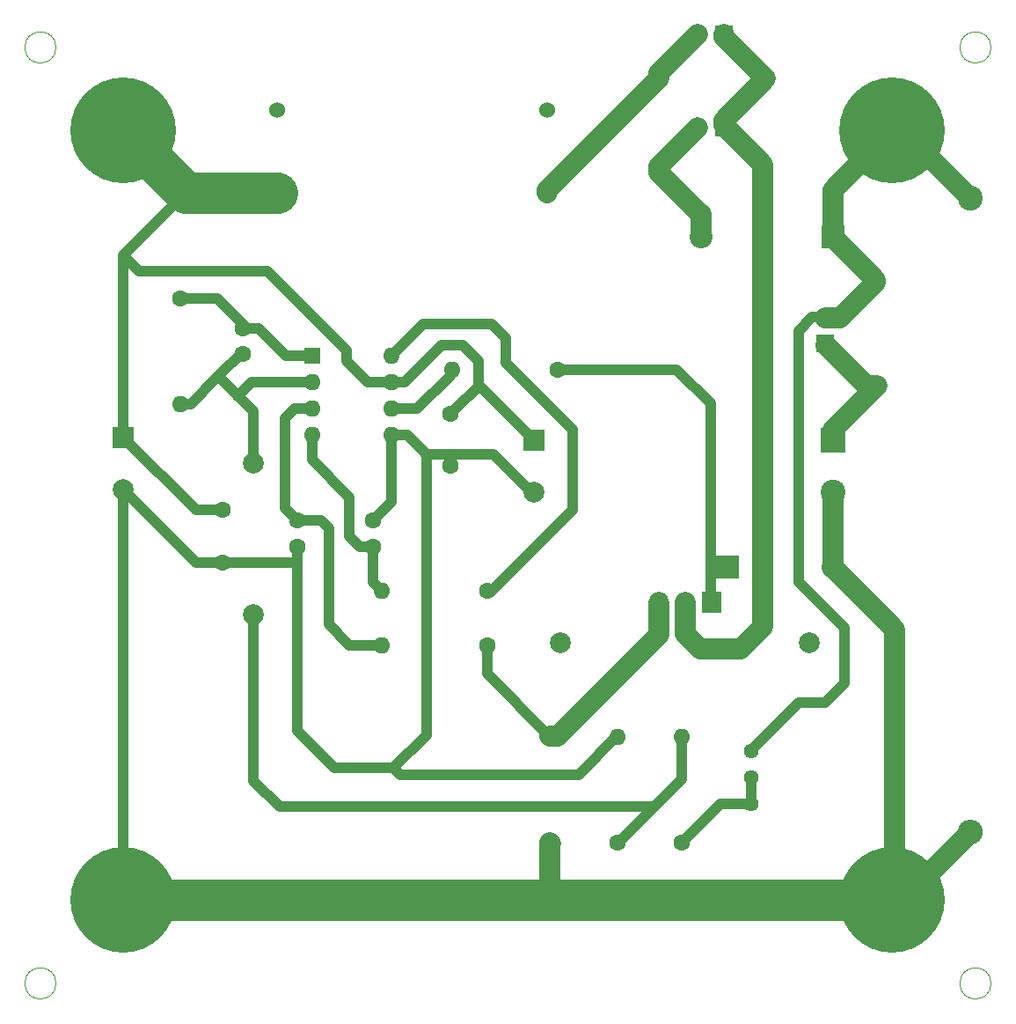
<source format=gbr>
G04 #@! TF.GenerationSoftware,KiCad,Pcbnew,(5.1.2)-1*
G04 #@! TF.CreationDate,2019-06-18T22:03:50-03:00*
G04 #@! TF.ProjectId,Boost,426f6f73-742e-46b6-9963-61645f706362,rev?*
G04 #@! TF.SameCoordinates,Original*
G04 #@! TF.FileFunction,Copper,L2,Bot*
G04 #@! TF.FilePolarity,Positive*
%FSLAX46Y46*%
G04 Gerber Fmt 4.6, Leading zero omitted, Abs format (unit mm)*
G04 Created by KiCad (PCBNEW (5.1.2)-1) date 2019-06-18 22:03:50*
%MOMM*%
%LPD*%
G04 APERTURE LIST*
%ADD10C,0.120000*%
%ADD11C,1.524000*%
%ADD12R,1.524000X1.524000*%
%ADD13C,10.160000*%
%ADD14C,2.000000*%
%ADD15R,2.000000X2.000000*%
%ADD16C,1.600000*%
%ADD17C,2.400000*%
%ADD18R,2.400000X2.400000*%
%ADD19O,1.600000X1.600000*%
%ADD20O,2.400000X2.400000*%
%ADD21O,1.700000X1.700000*%
%ADD22R,1.700000X1.700000*%
%ADD23O,2.200000X2.200000*%
%ADD24R,2.200000X2.200000*%
%ADD25C,1.440000*%
%ADD26O,1.905000X2.000000*%
%ADD27R,1.905000X2.000000*%
%ADD28R,1.600000X1.600000*%
%ADD29C,4.000000*%
%ADD30C,1.000000*%
%ADD31C,2.000000*%
G04 APERTURE END LIST*
D10*
X196500000Y-125000000D02*
G75*
G03X196500000Y-125000000I-1500000J0D01*
G01*
X196500000Y-35000000D02*
G75*
G03X196500000Y-35000000I-1500000J0D01*
G01*
X106500000Y-35000000D02*
G75*
G03X106500000Y-35000000I-1500000J0D01*
G01*
X106500000Y-125000000D02*
G75*
G03X106500000Y-125000000I-1500000J0D01*
G01*
D11*
X153750000Y-41000000D03*
X127750000Y-41000000D03*
X153750000Y-49000000D03*
D12*
X127750000Y-49000000D03*
D13*
X187000000Y-43000000D03*
X113000000Y-43000000D03*
X187000000Y-117000000D03*
X113000000Y-117000000D03*
D14*
X113000000Y-77500000D03*
D15*
X113000000Y-72500000D03*
D16*
X122500000Y-84500000D03*
X122500000Y-79500000D03*
D14*
X152500000Y-77750000D03*
D15*
X152500000Y-72750000D03*
D17*
X181250000Y-77750000D03*
D18*
X181250000Y-72750000D03*
D19*
X174660000Y-38000000D03*
D16*
X164500000Y-38000000D03*
D19*
X174660000Y-47000000D03*
D16*
X164500000Y-47000000D03*
D19*
X185500000Y-67500000D03*
D16*
X185500000Y-57340000D03*
D19*
X154061280Y-111459900D03*
D16*
X154061280Y-101299900D03*
D19*
X137840000Y-87250000D03*
D16*
X148000000Y-87250000D03*
D20*
X194500000Y-110460000D03*
D17*
X194500000Y-49500000D03*
D19*
X144590000Y-66000000D03*
D16*
X154750000Y-66000000D03*
D19*
X118434480Y-69284300D03*
D16*
X118434480Y-59124300D03*
D19*
X160586540Y-101289740D03*
D16*
X160586540Y-111449740D03*
D19*
X166733340Y-101289740D03*
D16*
X166733340Y-111449740D03*
D19*
X137840000Y-92500000D03*
D16*
X148000000Y-92500000D03*
D21*
X180500000Y-60960000D03*
D22*
X180500000Y-63500000D03*
D21*
X168210000Y-33750000D03*
D22*
X170750000Y-33750000D03*
D21*
X168210000Y-42750000D03*
D22*
X170750000Y-42750000D03*
D23*
X168550000Y-53250000D03*
D24*
X181250000Y-53250000D03*
D16*
X144500000Y-75250000D03*
X144500000Y-70250000D03*
X137000000Y-80500000D03*
X137000000Y-83000000D03*
D25*
X173441480Y-107726100D03*
X173441480Y-105186100D03*
X173441480Y-102646100D03*
D26*
X164486080Y-88377900D03*
X167026080Y-88377900D03*
D27*
X169566080Y-88377900D03*
D23*
X181250000Y-85000000D03*
D24*
X171090000Y-85000000D03*
D16*
X124500000Y-64500000D03*
X124500000Y-62000000D03*
X129750000Y-83000000D03*
X129750000Y-80500000D03*
D19*
X138770480Y-64649700D03*
X131150480Y-72269700D03*
X138770480Y-67189700D03*
X131150480Y-69729700D03*
X138770480Y-69729700D03*
X131150480Y-67189700D03*
X138770480Y-72269700D03*
D28*
X131150480Y-64649700D03*
D14*
X179025000Y-92275000D03*
X155025000Y-92275000D03*
X125499996Y-89500000D03*
X125500004Y-75000000D03*
D29*
X113000000Y-43000000D02*
X119000000Y-49000000D01*
D30*
X119000000Y-49000000D02*
X113000000Y-55000000D01*
X114500000Y-56500000D02*
X113000000Y-55000000D01*
X126810780Y-56500000D02*
X114500000Y-56500000D01*
X134452480Y-64141700D02*
X126810780Y-56500000D01*
X134452480Y-65157700D02*
X134452480Y-64141700D01*
X136484480Y-67189700D02*
X134452480Y-65157700D01*
X138770480Y-67189700D02*
X136484480Y-67189700D01*
X140040480Y-67189700D02*
X138770480Y-67189700D01*
X143596480Y-63633700D02*
X140040480Y-67189700D01*
X145653880Y-63633700D02*
X143596480Y-63633700D01*
X147152480Y-65132300D02*
X145653880Y-63633700D01*
X145000000Y-69750000D02*
X147152480Y-67597520D01*
X147152480Y-67597520D02*
X147152480Y-65132300D01*
X152500000Y-72750000D02*
X147250000Y-67500000D01*
X152500000Y-73000000D02*
X152500000Y-72750000D01*
X120000000Y-79500000D02*
X122500000Y-79500000D01*
X113000000Y-55000000D02*
X113000000Y-72500000D01*
X113000000Y-72500000D02*
X120000000Y-79500000D01*
D29*
X119000000Y-49000000D02*
X127750000Y-49000000D01*
D31*
X154068900Y-111546260D02*
X154086680Y-111564040D01*
D29*
X113000000Y-117000000D02*
X120184204Y-117000000D01*
D31*
X188000000Y-117000000D02*
X194500000Y-110500000D01*
D30*
X138770480Y-72269700D02*
X140294480Y-72269700D01*
X140294480Y-72269700D02*
X142000000Y-73975220D01*
X148649300Y-74149300D02*
X152500000Y-78000000D01*
X142000000Y-74000000D02*
X142149300Y-74149300D01*
X144500000Y-74250000D02*
X144399300Y-74149300D01*
X144500000Y-75250000D02*
X144500000Y-74250000D01*
X142149300Y-74149300D02*
X144399300Y-74149300D01*
X144399300Y-74149300D02*
X148649300Y-74149300D01*
X129500000Y-84500000D02*
X129750000Y-84750000D01*
X122500000Y-84500000D02*
X129500000Y-84500000D01*
X129750000Y-83000000D02*
X129750000Y-84750000D01*
X138770480Y-75241500D02*
X138770480Y-72269700D01*
X137000000Y-80500000D02*
X138770480Y-78729520D01*
X138770480Y-78729520D02*
X138770480Y-75241500D01*
D29*
X153500000Y-117000000D02*
X188000000Y-117000000D01*
X120184204Y-117000000D02*
X153500000Y-117000000D01*
D30*
X129750000Y-100744220D02*
X133284080Y-104278300D01*
X129750000Y-84750000D02*
X129750000Y-100744220D01*
X142149300Y-101100700D02*
X142149300Y-74149300D01*
X138971700Y-104278300D02*
X142149300Y-101100700D01*
X138971700Y-104278300D02*
X133284080Y-104278300D01*
X160500000Y-101250000D02*
X156826289Y-104923711D01*
X139617111Y-104923711D02*
X138971700Y-104278300D01*
X156826289Y-104923711D02*
X139617111Y-104923711D01*
D31*
X181250000Y-77750000D02*
X181250000Y-85000000D01*
D30*
X120000000Y-84500000D02*
X122500000Y-84500000D01*
X113000000Y-116500000D02*
X113000000Y-77500000D01*
X113000000Y-77500000D02*
X120000000Y-84500000D01*
D31*
X187250000Y-91000000D02*
X187250000Y-117000000D01*
X181250000Y-85000000D02*
X187250000Y-91000000D01*
X154070000Y-116960000D02*
X154070000Y-111460000D01*
D30*
X141818480Y-61601700D02*
X138770480Y-64649700D01*
X148453580Y-87250000D02*
X156250000Y-79453580D01*
X148000000Y-87250000D02*
X148453580Y-87250000D01*
X148422480Y-61601700D02*
X141818480Y-61601700D01*
X156250000Y-79453580D02*
X156250000Y-71750000D01*
X156250000Y-71750000D02*
X149794080Y-65294080D01*
X149794080Y-65294080D02*
X149794080Y-62973300D01*
X149794080Y-62973300D02*
X148422480Y-61601700D01*
X131150480Y-69729700D02*
X129448680Y-69729700D01*
X129448680Y-69729700D02*
X128508880Y-70669500D01*
X128508880Y-70669500D02*
X128508880Y-79258880D01*
X128508880Y-79258880D02*
X129750000Y-80500000D01*
X129750000Y-80500000D02*
X132000000Y-80500000D01*
X132000000Y-80500000D02*
X132750000Y-81250000D01*
X132750000Y-81250000D02*
X132750000Y-90500000D01*
X132750000Y-90500000D02*
X134750000Y-92500000D01*
X134750000Y-92500000D02*
X137750000Y-92500000D01*
X119458740Y-69261440D02*
X121950480Y-66769700D01*
X118404000Y-69261440D02*
X119458740Y-69261440D01*
X166733340Y-101289740D02*
X166733340Y-105338500D01*
X166733340Y-105338500D02*
X160632260Y-111439580D01*
X125500004Y-70050624D02*
X125500004Y-73585787D01*
X125500004Y-73585787D02*
X125500004Y-75000000D01*
X121950480Y-66769700D02*
X122110090Y-66610090D01*
X122110090Y-66610090D02*
X124530480Y-64189700D01*
X125500004Y-70000004D02*
X122110090Y-66610090D01*
X125500004Y-70050624D02*
X125500004Y-70000004D01*
X125310300Y-67189700D02*
X124000000Y-68500000D01*
X131150480Y-67189700D02*
X125310300Y-67189700D01*
X125499996Y-90914213D02*
X125499996Y-89500000D01*
X125500000Y-90914217D02*
X125499996Y-90914213D01*
X125500000Y-105500004D02*
X125500000Y-90914217D01*
X127999996Y-108000000D02*
X125500000Y-105500004D01*
X165427780Y-106633900D02*
X164061680Y-108000000D01*
X164061680Y-108000000D02*
X127999996Y-108000000D01*
X121990480Y-59149700D02*
X124530480Y-61689700D01*
X118409080Y-59124300D02*
X118434480Y-59149700D01*
X118434480Y-59149700D02*
X121990480Y-59149700D01*
X128649700Y-64649700D02*
X131150480Y-64649700D01*
X126000000Y-62000000D02*
X128649700Y-64649700D01*
X126000000Y-62000000D02*
X124500000Y-62000000D01*
X131150480Y-74657300D02*
X131150480Y-72269700D01*
X137000000Y-86410000D02*
X137000000Y-83000000D01*
X137840000Y-87250000D02*
X137000000Y-86410000D01*
X137000000Y-83000000D02*
X135750000Y-83000000D01*
X135750000Y-83000000D02*
X134750000Y-82000000D01*
X134750000Y-82000000D02*
X134750000Y-78256820D01*
X134750000Y-78256820D02*
X131150480Y-74657300D01*
D31*
X181250000Y-72750000D02*
X181250000Y-71750000D01*
X181250000Y-71750000D02*
X185500000Y-67500000D01*
X184500000Y-67500000D02*
X185500000Y-67500000D01*
X180600000Y-63600000D02*
X184500000Y-67500000D01*
X168210000Y-42750000D02*
X164500000Y-46460000D01*
X164500000Y-46460000D02*
X164500000Y-47000000D01*
X164500000Y-47000000D02*
X168500000Y-51000000D01*
X168550000Y-51050000D02*
X168500000Y-51000000D01*
X168550000Y-53250000D02*
X168550000Y-51050000D01*
D30*
X169500000Y-69250000D02*
X169500000Y-74500000D01*
X154500000Y-66000000D02*
X166250000Y-66000000D01*
X166250000Y-66000000D02*
X169500000Y-69250000D01*
X171090000Y-85000000D02*
X169500000Y-85000000D01*
X169500000Y-74250000D02*
X169500000Y-85000000D01*
X169500000Y-85000000D02*
X169500000Y-88500000D01*
X154061280Y-101299900D02*
X148000000Y-95238620D01*
X148000000Y-95238620D02*
X148000000Y-92500000D01*
D31*
X154000000Y-101250000D02*
X154500000Y-101250000D01*
X154750000Y-101250000D02*
X154000000Y-101250000D01*
X164500000Y-88400000D02*
X164500000Y-91500000D01*
X164500000Y-91500000D02*
X154750000Y-101250000D01*
D30*
X144434680Y-66565320D02*
X144434680Y-65919700D01*
X138770480Y-69729700D02*
X141270300Y-69729700D01*
X141270300Y-69729700D02*
X144434680Y-66565320D01*
X173441480Y-105186100D02*
X173441480Y-107700700D01*
X170474760Y-107726100D02*
X166723180Y-111477680D01*
X173441480Y-107726100D02*
X170474760Y-107726100D01*
D31*
X194500000Y-49500000D02*
X188000000Y-43000000D01*
D30*
X179297919Y-60960000D02*
X178000000Y-62257919D01*
X180500000Y-60960000D02*
X179297919Y-60960000D01*
X178000000Y-98000000D02*
X173500000Y-102500000D01*
D31*
X181250000Y-48750000D02*
X187000000Y-43000000D01*
X181250000Y-53250000D02*
X181250000Y-48750000D01*
X182000000Y-61000000D02*
X180500000Y-61000000D01*
X185360000Y-57640000D02*
X182000000Y-61000000D01*
X181250000Y-53250000D02*
X185360000Y-57360000D01*
X185360000Y-57360000D02*
X185360000Y-57640000D01*
D30*
X178000000Y-98000000D02*
X180550000Y-98000000D01*
X180550000Y-98000000D02*
X182425000Y-96125000D01*
X182425000Y-90825000D02*
X178000000Y-86400000D01*
X182425000Y-96125000D02*
X182425000Y-90825000D01*
X178000000Y-62500000D02*
X178000000Y-86400000D01*
D31*
X174500000Y-90750000D02*
X174250000Y-91000000D01*
X172427100Y-92822900D02*
X174500000Y-90750000D01*
X168471080Y-92822900D02*
X172427100Y-92822900D01*
X167026080Y-88377900D02*
X167026080Y-91377900D01*
X167026080Y-91377900D02*
X168471080Y-92822900D01*
X174500000Y-46250000D02*
X174500000Y-90750000D01*
X170750000Y-42500000D02*
X174500000Y-46250000D01*
X170750000Y-42000000D02*
X170750000Y-42500000D01*
X174750000Y-38000000D02*
X170750000Y-42000000D01*
X170750000Y-33750000D02*
X170750000Y-34000000D01*
X170750000Y-34000000D02*
X174750000Y-38000000D01*
X153750000Y-48750000D02*
X164500000Y-38000000D01*
X153750000Y-49000000D02*
X153750000Y-48750000D01*
X164500000Y-37460000D02*
X168210000Y-33750000D01*
X164500000Y-38000000D02*
X164500000Y-37460000D01*
M02*

</source>
